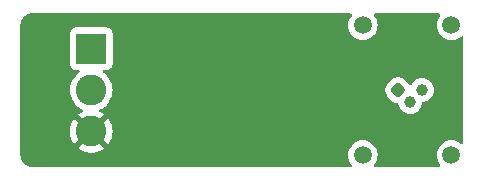
<source format=gbr>
%TF.GenerationSoftware,KiCad,Pcbnew,7.0.11-7.0.11~ubuntu22.04.1*%
%TF.CreationDate,2024-03-26T13:02:59+01:00*%
%TF.ProjectId,lasersender,6c617365-7273-4656-9e64-65722e6b6963,rev?*%
%TF.SameCoordinates,Original*%
%TF.FileFunction,Copper,L2,Bot*%
%TF.FilePolarity,Positive*%
%FSLAX46Y46*%
G04 Gerber Fmt 4.6, Leading zero omitted, Abs format (unit mm)*
G04 Created by KiCad (PCBNEW 7.0.11-7.0.11~ubuntu22.04.1) date 2024-03-26 13:02:59*
%MOMM*%
%LPD*%
G01*
G04 APERTURE LIST*
G04 Aperture macros list*
%AMRoundRect*
0 Rectangle with rounded corners*
0 $1 Rounding radius*
0 $2 $3 $4 $5 $6 $7 $8 $9 X,Y pos of 4 corners*
0 Add a 4 corners polygon primitive as box body*
4,1,4,$2,$3,$4,$5,$6,$7,$8,$9,$2,$3,0*
0 Add four circle primitives for the rounded corners*
1,1,$1+$1,$2,$3*
1,1,$1+$1,$4,$5*
1,1,$1+$1,$6,$7*
1,1,$1+$1,$8,$9*
0 Add four rect primitives between the rounded corners*
20,1,$1+$1,$2,$3,$4,$5,0*
20,1,$1+$1,$4,$5,$6,$7,0*
20,1,$1+$1,$6,$7,$8,$9,0*
20,1,$1+$1,$8,$9,$2,$3,0*%
G04 Aperture macros list end*
%TA.AperFunction,ComponentPad*%
%ADD10RoundRect,0.250000X0.000000X-0.353553X0.353553X0.000000X0.000000X0.353553X-0.353553X0.000000X0*%
%TD*%
%TA.AperFunction,ComponentPad*%
%ADD11C,1.000000*%
%TD*%
%TA.AperFunction,ComponentPad*%
%ADD12R,2.600000X2.600000*%
%TD*%
%TA.AperFunction,ComponentPad*%
%ADD13C,2.600000*%
%TD*%
%TA.AperFunction,ViaPad*%
%ADD14C,0.600000*%
%TD*%
%TA.AperFunction,ViaPad*%
%ADD15C,1.500000*%
%TD*%
G04 APERTURE END LIST*
D10*
%TO.P,LD1,1*%
%TO.N,Net-(Q1-D)*%
X140500000Y-95000000D03*
D11*
%TO.P,LD1,2*%
%TO.N,Net-(LD1-Pad2)*%
X141500000Y-96000000D03*
%TO.P,LD1,3*%
X142500000Y-95000000D03*
%TD*%
D12*
%TO.P,J1,1,Pin_1*%
%TO.N,+5V*%
X114500000Y-91500000D03*
D13*
%TO.P,J1,2,Pin_2*%
%TO.N,Net-(J1-Pin_2)*%
X114500000Y-95000000D03*
%TO.P,J1,3,Pin_3*%
%TO.N,GND*%
X114500000Y-98500000D03*
%TD*%
D14*
%TO.N,GND*%
X135500000Y-94000000D03*
X121000000Y-93500000D03*
D15*
%TO.N,*%
X145000000Y-89500000D03*
X137500000Y-89500000D03*
X145000000Y-100500000D03*
X137500000Y-100500000D03*
%TD*%
%TA.AperFunction,Conductor*%
%TO.N,GND*%
G36*
X136502115Y-88520185D02*
G01*
X136547870Y-88572989D01*
X136557814Y-88642147D01*
X136536651Y-88695623D01*
X136412900Y-88872357D01*
X136412898Y-88872361D01*
X136320426Y-89070668D01*
X136320422Y-89070677D01*
X136263793Y-89282020D01*
X136263793Y-89282024D01*
X136244723Y-89499997D01*
X136244723Y-89500002D01*
X136263793Y-89717975D01*
X136263793Y-89717979D01*
X136320422Y-89929322D01*
X136320424Y-89929326D01*
X136320425Y-89929330D01*
X136333640Y-89957669D01*
X136412897Y-90127638D01*
X136412898Y-90127639D01*
X136538402Y-90306877D01*
X136693123Y-90461598D01*
X136872361Y-90587102D01*
X137070670Y-90679575D01*
X137282023Y-90736207D01*
X137464926Y-90752208D01*
X137499998Y-90755277D01*
X137500000Y-90755277D01*
X137500002Y-90755277D01*
X137528254Y-90752805D01*
X137717977Y-90736207D01*
X137929330Y-90679575D01*
X138127639Y-90587102D01*
X138306877Y-90461598D01*
X138461598Y-90306877D01*
X138587102Y-90127639D01*
X138679575Y-89929330D01*
X138736207Y-89717977D01*
X138752805Y-89528254D01*
X138755277Y-89500002D01*
X138755277Y-89499997D01*
X138751569Y-89457618D01*
X138736207Y-89282023D01*
X138700381Y-89148318D01*
X138679577Y-89070677D01*
X138679576Y-89070676D01*
X138679575Y-89070670D01*
X138587102Y-88872362D01*
X138587100Y-88872359D01*
X138587099Y-88872357D01*
X138463349Y-88695623D01*
X138441022Y-88629417D01*
X138458032Y-88561650D01*
X138508980Y-88513837D01*
X138564924Y-88500500D01*
X143935076Y-88500500D01*
X144002115Y-88520185D01*
X144047870Y-88572989D01*
X144057814Y-88642147D01*
X144036651Y-88695623D01*
X143912900Y-88872357D01*
X143912898Y-88872361D01*
X143820426Y-89070668D01*
X143820422Y-89070677D01*
X143763793Y-89282020D01*
X143763793Y-89282024D01*
X143744723Y-89499997D01*
X143744723Y-89500002D01*
X143763793Y-89717975D01*
X143763793Y-89717979D01*
X143820422Y-89929322D01*
X143820424Y-89929326D01*
X143820425Y-89929330D01*
X143833640Y-89957669D01*
X143912897Y-90127638D01*
X143912898Y-90127639D01*
X144038402Y-90306877D01*
X144193123Y-90461598D01*
X144372361Y-90587102D01*
X144570670Y-90679575D01*
X144782023Y-90736207D01*
X144964926Y-90752208D01*
X144999998Y-90755277D01*
X145000000Y-90755277D01*
X145000002Y-90755277D01*
X145028254Y-90752805D01*
X145217977Y-90736207D01*
X145429330Y-90679575D01*
X145627639Y-90587102D01*
X145804379Y-90463346D01*
X145870582Y-90441020D01*
X145938349Y-90458030D01*
X145986162Y-90508977D01*
X145999500Y-90564922D01*
X145999500Y-99435077D01*
X145979815Y-99502116D01*
X145927011Y-99547871D01*
X145857853Y-99557815D01*
X145804380Y-99536653D01*
X145627639Y-99412898D01*
X145627640Y-99412898D01*
X145627638Y-99412897D01*
X145528484Y-99366661D01*
X145429330Y-99320425D01*
X145429326Y-99320424D01*
X145429322Y-99320422D01*
X145217977Y-99263793D01*
X145000002Y-99244723D01*
X144999998Y-99244723D01*
X144854682Y-99257436D01*
X144782023Y-99263793D01*
X144782020Y-99263793D01*
X144570677Y-99320422D01*
X144570668Y-99320426D01*
X144372361Y-99412898D01*
X144372357Y-99412900D01*
X144193121Y-99538402D01*
X144038402Y-99693121D01*
X143912900Y-99872357D01*
X143912898Y-99872361D01*
X143820426Y-100070668D01*
X143820422Y-100070677D01*
X143763793Y-100282020D01*
X143763793Y-100282024D01*
X143744723Y-100499997D01*
X143744723Y-100500002D01*
X143763793Y-100717975D01*
X143763793Y-100717979D01*
X143820422Y-100929322D01*
X143820424Y-100929326D01*
X143820425Y-100929330D01*
X143857405Y-101008633D01*
X143912897Y-101127638D01*
X143928653Y-101150140D01*
X144036653Y-101304379D01*
X144058979Y-101370582D01*
X144041969Y-101438350D01*
X143991021Y-101486163D01*
X143935077Y-101499500D01*
X138564923Y-101499500D01*
X138497884Y-101479815D01*
X138452129Y-101427011D01*
X138442185Y-101357853D01*
X138463346Y-101304380D01*
X138587102Y-101127639D01*
X138679575Y-100929330D01*
X138736207Y-100717977D01*
X138755277Y-100500000D01*
X138754803Y-100494586D01*
X138749512Y-100434108D01*
X138736207Y-100282023D01*
X138679575Y-100070670D01*
X138587102Y-99872362D01*
X138587100Y-99872359D01*
X138587099Y-99872357D01*
X138461599Y-99693124D01*
X138461596Y-99693121D01*
X138306877Y-99538402D01*
X138127639Y-99412898D01*
X138127640Y-99412898D01*
X138127638Y-99412897D01*
X138028484Y-99366661D01*
X137929330Y-99320425D01*
X137929326Y-99320424D01*
X137929322Y-99320422D01*
X137717977Y-99263793D01*
X137500002Y-99244723D01*
X137499998Y-99244723D01*
X137354682Y-99257436D01*
X137282023Y-99263793D01*
X137282020Y-99263793D01*
X137070677Y-99320422D01*
X137070668Y-99320426D01*
X136872361Y-99412898D01*
X136872357Y-99412900D01*
X136693121Y-99538402D01*
X136538402Y-99693121D01*
X136412900Y-99872357D01*
X136412898Y-99872361D01*
X136320426Y-100070668D01*
X136320422Y-100070677D01*
X136263793Y-100282020D01*
X136263793Y-100282024D01*
X136244723Y-100499997D01*
X136244723Y-100500002D01*
X136263793Y-100717975D01*
X136263793Y-100717979D01*
X136320422Y-100929322D01*
X136320424Y-100929326D01*
X136320425Y-100929330D01*
X136357405Y-101008633D01*
X136412897Y-101127638D01*
X136428653Y-101150140D01*
X136536653Y-101304379D01*
X136558979Y-101370582D01*
X136541969Y-101438350D01*
X136491021Y-101486163D01*
X136435077Y-101499500D01*
X109505413Y-101499500D01*
X109494605Y-101499028D01*
X109337246Y-101485260D01*
X109315961Y-101481507D01*
X109168630Y-101442030D01*
X109148318Y-101434637D01*
X109010084Y-101370177D01*
X108991366Y-101359370D01*
X108866417Y-101271880D01*
X108849859Y-101257986D01*
X108742013Y-101150140D01*
X108728119Y-101133582D01*
X108640629Y-101008633D01*
X108629822Y-100989915D01*
X108565362Y-100851681D01*
X108557969Y-100831369D01*
X108549882Y-100801188D01*
X108518491Y-100684035D01*
X108514739Y-100662752D01*
X108500972Y-100505393D01*
X108500500Y-100494586D01*
X108500500Y-95000004D01*
X112694451Y-95000004D01*
X112714616Y-95269101D01*
X112774664Y-95532188D01*
X112774666Y-95532195D01*
X112844796Y-95710883D01*
X112873257Y-95783398D01*
X113008185Y-96017102D01*
X113144080Y-96187509D01*
X113176442Y-96228089D01*
X113363183Y-96401358D01*
X113374259Y-96411635D01*
X113597226Y-96563651D01*
X113597231Y-96563653D01*
X113597232Y-96563654D01*
X113597233Y-96563655D01*
X113709030Y-96617493D01*
X113752770Y-96638557D01*
X113804630Y-96685379D01*
X113822943Y-96752806D01*
X113801895Y-96819430D01*
X113752771Y-96861997D01*
X113597480Y-96936781D01*
X113597476Y-96936783D01*
X113414848Y-97061296D01*
X114252465Y-97898913D01*
X114184371Y-97925874D01*
X114051508Y-98022405D01*
X113946825Y-98148945D01*
X113898368Y-98251921D01*
X113062295Y-97415848D01*
X113008600Y-97483180D01*
X112873709Y-97716818D01*
X112775148Y-97967947D01*
X112775142Y-97967966D01*
X112715113Y-98230971D01*
X112715113Y-98230973D01*
X112694953Y-98499995D01*
X112694953Y-98500004D01*
X112715113Y-98769026D01*
X112715113Y-98769028D01*
X112775142Y-99032033D01*
X112775148Y-99032052D01*
X112873709Y-99283181D01*
X112873708Y-99283181D01*
X113008602Y-99516822D01*
X113062294Y-99584151D01*
X113062295Y-99584151D01*
X113897452Y-98748993D01*
X113907188Y-98778956D01*
X113995186Y-98917619D01*
X114114903Y-99030040D01*
X114249510Y-99104041D01*
X113414848Y-99938702D01*
X113597483Y-100063220D01*
X113597485Y-100063221D01*
X113840539Y-100180269D01*
X113840537Y-100180269D01*
X114098337Y-100259790D01*
X114098343Y-100259792D01*
X114365101Y-100299999D01*
X114365110Y-100300000D01*
X114634890Y-100300000D01*
X114634898Y-100299999D01*
X114901656Y-100259792D01*
X114901662Y-100259790D01*
X115159461Y-100180269D01*
X115402521Y-100063218D01*
X115585150Y-99938702D01*
X114747534Y-99101086D01*
X114815629Y-99074126D01*
X114948492Y-98977595D01*
X115053175Y-98851055D01*
X115101631Y-98748079D01*
X115937703Y-99584151D01*
X115937704Y-99584150D01*
X115991393Y-99516828D01*
X115991400Y-99516817D01*
X116126290Y-99283181D01*
X116224851Y-99032052D01*
X116224857Y-99032033D01*
X116284886Y-98769028D01*
X116284886Y-98769026D01*
X116305047Y-98500004D01*
X116305047Y-98499995D01*
X116284886Y-98230973D01*
X116284886Y-98230971D01*
X116224857Y-97967966D01*
X116224851Y-97967947D01*
X116126290Y-97716818D01*
X116126291Y-97716818D01*
X115991397Y-97483177D01*
X115937704Y-97415847D01*
X115102546Y-98251004D01*
X115092812Y-98221044D01*
X115004814Y-98082381D01*
X114885097Y-97969960D01*
X114750489Y-97895958D01*
X115585150Y-97061296D01*
X115402519Y-96936780D01*
X115247229Y-96861997D01*
X115195370Y-96815175D01*
X115177057Y-96747748D01*
X115198105Y-96681124D01*
X115247228Y-96638557D01*
X115402775Y-96563651D01*
X115625741Y-96411635D01*
X115823561Y-96228085D01*
X115991815Y-96017102D01*
X116126743Y-95783398D01*
X116225334Y-95532195D01*
X116285383Y-95269103D01*
X116298975Y-95087728D01*
X116298976Y-95087717D01*
X139395946Y-95087717D01*
X139395947Y-95087728D01*
X139436406Y-95258433D01*
X139515145Y-95415215D01*
X139515149Y-95415221D01*
X139580391Y-95495310D01*
X139580401Y-95495322D01*
X140004678Y-95919597D01*
X140004686Y-95919603D01*
X140004691Y-95919608D01*
X140084777Y-95984849D01*
X140084780Y-95984851D01*
X140084785Y-95984855D01*
X140241567Y-96063593D01*
X140241569Y-96063594D01*
X140419306Y-96105720D01*
X140418740Y-96108104D01*
X140472347Y-96130875D01*
X140511678Y-96188623D01*
X140512337Y-96190727D01*
X140513975Y-96196129D01*
X140513976Y-96196132D01*
X140571186Y-96384727D01*
X140571188Y-96384733D01*
X140664086Y-96558532D01*
X140664090Y-96558539D01*
X140789116Y-96710883D01*
X140941460Y-96835909D01*
X140941467Y-96835913D01*
X141115266Y-96928811D01*
X141115269Y-96928811D01*
X141115273Y-96928814D01*
X141303868Y-96986024D01*
X141500000Y-97005341D01*
X141696132Y-96986024D01*
X141884727Y-96928814D01*
X142058538Y-96835910D01*
X142210883Y-96710883D01*
X142335910Y-96558538D01*
X142382362Y-96471632D01*
X142428811Y-96384733D01*
X142428811Y-96384732D01*
X142428814Y-96384727D01*
X142486024Y-96196132D01*
X142494887Y-96106135D01*
X142521047Y-96041350D01*
X142578081Y-96000990D01*
X142606132Y-95994887D01*
X142696132Y-95986024D01*
X142884727Y-95928814D01*
X142901951Y-95919608D01*
X143058532Y-95835913D01*
X143058538Y-95835910D01*
X143210883Y-95710883D01*
X143335910Y-95558538D01*
X143428814Y-95384727D01*
X143486024Y-95196132D01*
X143505341Y-95000000D01*
X143486024Y-94803868D01*
X143428814Y-94615273D01*
X143428811Y-94615269D01*
X143428811Y-94615266D01*
X143335913Y-94441467D01*
X143335909Y-94441460D01*
X143210883Y-94289116D01*
X143058539Y-94164090D01*
X143058532Y-94164086D01*
X142884733Y-94071188D01*
X142884727Y-94071186D01*
X142696132Y-94013976D01*
X142696129Y-94013975D01*
X142500000Y-93994659D01*
X142303870Y-94013975D01*
X142115266Y-94071188D01*
X141941467Y-94164086D01*
X141941460Y-94164090D01*
X141789116Y-94289116D01*
X141664090Y-94441460D01*
X141664088Y-94441464D01*
X141634648Y-94496542D01*
X141585685Y-94546386D01*
X141517547Y-94561846D01*
X141451868Y-94538014D01*
X141429153Y-94516406D01*
X141424470Y-94510658D01*
X141419599Y-94504678D01*
X140995322Y-94080403D01*
X140995314Y-94080396D01*
X140995308Y-94080391D01*
X140915222Y-94015150D01*
X140915216Y-94015146D01*
X140915215Y-94015145D01*
X140836472Y-93975599D01*
X140758430Y-93936405D01*
X140587728Y-93895947D01*
X140587723Y-93895946D01*
X140587721Y-93895946D01*
X140412279Y-93895946D01*
X140412277Y-93895946D01*
X140412271Y-93895947D01*
X140241566Y-93936406D01*
X140084784Y-94015145D01*
X140084778Y-94015149D01*
X140004689Y-94080391D01*
X140004671Y-94080407D01*
X139580410Y-94504670D01*
X139580391Y-94504691D01*
X139515150Y-94584777D01*
X139515146Y-94584783D01*
X139436405Y-94741569D01*
X139395947Y-94912271D01*
X139395946Y-94912282D01*
X139395946Y-95087717D01*
X116298976Y-95087717D01*
X116305549Y-95000004D01*
X116305549Y-94999995D01*
X116285383Y-94730898D01*
X116279115Y-94703434D01*
X116225334Y-94467805D01*
X116126743Y-94216602D01*
X115991815Y-93982898D01*
X115823561Y-93771915D01*
X115823560Y-93771914D01*
X115823557Y-93771910D01*
X115625741Y-93588365D01*
X115625737Y-93588362D01*
X115535663Y-93526950D01*
X115491363Y-93472924D01*
X115483304Y-93403521D01*
X115514047Y-93340778D01*
X115573831Y-93304616D01*
X115605517Y-93300499D01*
X115847871Y-93300499D01*
X115847872Y-93300499D01*
X115907483Y-93294091D01*
X116042331Y-93243796D01*
X116157546Y-93157546D01*
X116243796Y-93042331D01*
X116294091Y-92907483D01*
X116300500Y-92847873D01*
X116300499Y-90152128D01*
X116294091Y-90092517D01*
X116243796Y-89957669D01*
X116243795Y-89957668D01*
X116243793Y-89957664D01*
X116157547Y-89842455D01*
X116157544Y-89842452D01*
X116042335Y-89756206D01*
X116042328Y-89756202D01*
X115907482Y-89705908D01*
X115907483Y-89705908D01*
X115847883Y-89699501D01*
X115847881Y-89699500D01*
X115847873Y-89699500D01*
X115847864Y-89699500D01*
X113152129Y-89699500D01*
X113152123Y-89699501D01*
X113092516Y-89705908D01*
X112957671Y-89756202D01*
X112957664Y-89756206D01*
X112842455Y-89842452D01*
X112842452Y-89842455D01*
X112756206Y-89957664D01*
X112756202Y-89957671D01*
X112705908Y-90092517D01*
X112699501Y-90152116D01*
X112699501Y-90152123D01*
X112699500Y-90152135D01*
X112699500Y-92847870D01*
X112699501Y-92847876D01*
X112705908Y-92907483D01*
X112756202Y-93042328D01*
X112756206Y-93042335D01*
X112842452Y-93157544D01*
X112842455Y-93157547D01*
X112957664Y-93243793D01*
X112957671Y-93243797D01*
X113002618Y-93260561D01*
X113092517Y-93294091D01*
X113152127Y-93300500D01*
X113394483Y-93300499D01*
X113461521Y-93320183D01*
X113507276Y-93372987D01*
X113517220Y-93442146D01*
X113488195Y-93505701D01*
X113464334Y-93526952D01*
X113374262Y-93588362D01*
X113176442Y-93771910D01*
X113008185Y-93982898D01*
X112873258Y-94216599D01*
X112873256Y-94216603D01*
X112774666Y-94467804D01*
X112774664Y-94467811D01*
X112714616Y-94730898D01*
X112694451Y-94999995D01*
X112694451Y-95000004D01*
X108500500Y-95000004D01*
X108500500Y-89505413D01*
X108500972Y-89494606D01*
X108503632Y-89464201D01*
X108514739Y-89337242D01*
X108518490Y-89315966D01*
X108557969Y-89168627D01*
X108565362Y-89148318D01*
X108629823Y-89010081D01*
X108640629Y-88991366D01*
X108728119Y-88866417D01*
X108742007Y-88849865D01*
X108849865Y-88742007D01*
X108866417Y-88728119D01*
X108991366Y-88640629D01*
X109010081Y-88629823D01*
X109148320Y-88565361D01*
X109168627Y-88557969D01*
X109315966Y-88518490D01*
X109337242Y-88514739D01*
X109469885Y-88503134D01*
X109494606Y-88500972D01*
X109505413Y-88500500D01*
X109565892Y-88500500D01*
X136435076Y-88500500D01*
X136502115Y-88520185D01*
G37*
%TD.AperFunction*%
%TD*%
M02*

</source>
